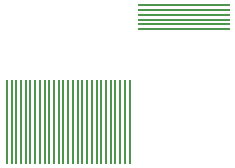
<source format=gbr>
G04 #@! TF.GenerationSoftware,KiCad,Pcbnew,(5.1.5)-3*
G04 #@! TF.CreationDate,2020-10-07T11:53:22+09:00*
G04 #@! TF.ProjectId,Flex Cable,466c6578-2043-4616-926c-652e6b696361,rev?*
G04 #@! TF.SameCoordinates,Original*
G04 #@! TF.FileFunction,Copper,L2,Bot*
G04 #@! TF.FilePolarity,Positive*
%FSLAX46Y46*%
G04 Gerber Fmt 4.6, Leading zero omitted, Abs format (unit mm)*
G04 Created by KiCad (PCBNEW (5.1.5)-3) date 2020-10-07 11:53:22*
%MOMM*%
%LPD*%
G04 APERTURE LIST*
%ADD10R,1.000000X0.200000*%
%ADD11R,0.200000X1.000000*%
%ADD12C,0.152400*%
G04 APERTURE END LIST*
D10*
X148460460Y-89973400D03*
X148460460Y-90373400D03*
X148460460Y-90773400D03*
X148460460Y-91173400D03*
X148460460Y-91573400D03*
X148460460Y-91973400D03*
X141719300Y-89972080D03*
X141719300Y-90372080D03*
X141719300Y-90772080D03*
X141719300Y-91172080D03*
X141719300Y-91572080D03*
X141719300Y-91972080D03*
D11*
X140494000Y-102901880D03*
X140094000Y-102901880D03*
X139694000Y-102901880D03*
X138894000Y-102901880D03*
X138094000Y-102901880D03*
X139294000Y-102901880D03*
X137694000Y-102901880D03*
X137294000Y-102901880D03*
X136894000Y-102901880D03*
X136494000Y-102901880D03*
X136094000Y-102901880D03*
X135694000Y-102901880D03*
X138494000Y-102901880D03*
X130094000Y-102901880D03*
X130494000Y-102901880D03*
X130894000Y-102901880D03*
X131294000Y-102901880D03*
X131694000Y-102901880D03*
X132094000Y-102901880D03*
X132494000Y-102901880D03*
X132894000Y-102901880D03*
X133294000Y-102901880D03*
X133694000Y-102901880D03*
X134094000Y-102901880D03*
X134494000Y-102901880D03*
X134894000Y-102901880D03*
X135294000Y-102901880D03*
X140494000Y-96774000D03*
X140094000Y-96774000D03*
X139694000Y-96774000D03*
X138894000Y-96774000D03*
X138094000Y-96774000D03*
X139294000Y-96774000D03*
X137694000Y-96774000D03*
X137294000Y-96774000D03*
X136894000Y-96774000D03*
X136494000Y-96774000D03*
X136094000Y-96774000D03*
X135694000Y-96774000D03*
X138494000Y-96774000D03*
X130094000Y-96774000D03*
X130494000Y-96774000D03*
X130894000Y-96774000D03*
X131294000Y-96774000D03*
X131694000Y-96774000D03*
X132094000Y-96774000D03*
X132494000Y-96774000D03*
X132894000Y-96774000D03*
X133294000Y-96774000D03*
X133694000Y-96774000D03*
X134094000Y-96774000D03*
X134494000Y-96774000D03*
X134894000Y-96774000D03*
X135294000Y-96774000D03*
D12*
X140494000Y-102249480D02*
X140494000Y-96774000D01*
X140494000Y-102901880D02*
X140494000Y-102249480D01*
X140094000Y-102901880D02*
X140094000Y-96774000D01*
X139694000Y-102249480D02*
X139694000Y-96774000D01*
X139694000Y-102901880D02*
X139694000Y-102249480D01*
X138894000Y-102901880D02*
X138894000Y-96774000D01*
X138094000Y-102531000D02*
X138094000Y-96774000D01*
X138094000Y-102901880D02*
X138094000Y-102531000D01*
X139294000Y-102249480D02*
X139294000Y-96774000D01*
X139294000Y-102901880D02*
X139294000Y-102249480D01*
X137694000Y-102901880D02*
X137694000Y-96774000D01*
X137294000Y-102901880D02*
X137294000Y-96774000D01*
X136894000Y-102249480D02*
X136894000Y-96774000D01*
X136894000Y-102901880D02*
X136894000Y-102249480D01*
X136494000Y-102901880D02*
X136494000Y-96774000D01*
X136094000Y-102901880D02*
X136094000Y-96774000D01*
X135694000Y-102249480D02*
X135694000Y-96774000D01*
X135694000Y-102901880D02*
X135694000Y-102249480D01*
X138494000Y-102901880D02*
X138494000Y-96774000D01*
X130094000Y-102901880D02*
X130094000Y-96774000D01*
X130494000Y-102901880D02*
X130494000Y-96774000D01*
X130894000Y-102901880D02*
X130894000Y-96774000D01*
X131294000Y-102531000D02*
X131294000Y-96774000D01*
X131294000Y-102901880D02*
X131294000Y-102531000D01*
X131694000Y-102249480D02*
X131694000Y-96774000D01*
X131694000Y-102901880D02*
X131694000Y-102249480D01*
X132094000Y-102901880D02*
X132094000Y-96774000D01*
X132494000Y-102249480D02*
X132494000Y-96774000D01*
X132494000Y-102901880D02*
X132494000Y-102249480D01*
X132894000Y-102901880D02*
X132894000Y-96774000D01*
X133294000Y-102631000D02*
X133294000Y-96774000D01*
X133294000Y-102901880D02*
X133294000Y-102631000D01*
X133694000Y-102901880D02*
X133694000Y-96774000D01*
X134094000Y-102901880D02*
X134094000Y-96774000D01*
X134494000Y-102901880D02*
X134494000Y-96774000D01*
X134894000Y-102249480D02*
X134894000Y-96774000D01*
X134894000Y-102901880D02*
X134894000Y-102249480D01*
X135294000Y-102606000D02*
X135294000Y-96774000D01*
X135294000Y-102901880D02*
X135294000Y-102606000D01*
X148459140Y-89972080D02*
X148460460Y-89973400D01*
X141719300Y-89972080D02*
X148459140Y-89972080D01*
X148459140Y-90372080D02*
X148460460Y-90373400D01*
X141719300Y-90372080D02*
X148459140Y-90372080D01*
X148459140Y-90772080D02*
X148460460Y-90773400D01*
X141719300Y-90772080D02*
X148459140Y-90772080D01*
X148459140Y-91172080D02*
X148460460Y-91173400D01*
X141719300Y-91172080D02*
X148459140Y-91172080D01*
X148459140Y-91572080D02*
X148460460Y-91573400D01*
X141719300Y-91572080D02*
X148459140Y-91572080D01*
X148459140Y-91972080D02*
X148460460Y-91973400D01*
X141719300Y-91972080D02*
X148459140Y-91972080D01*
M02*

</source>
